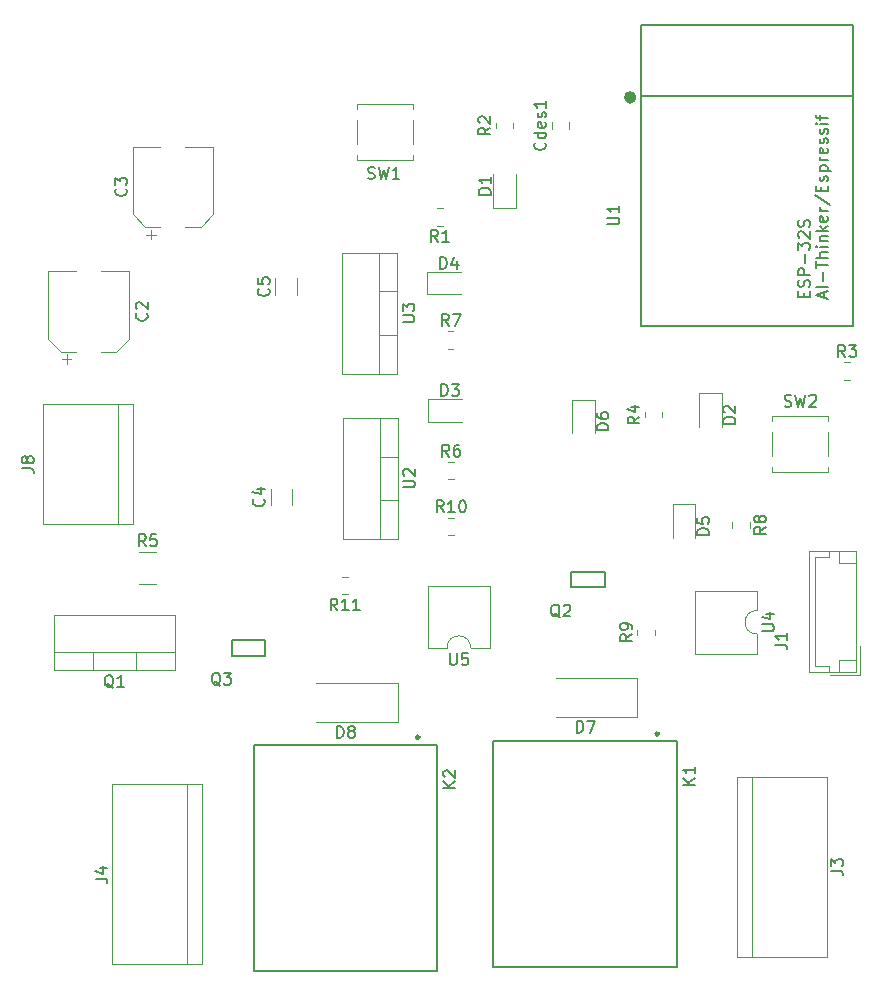
<source format=gbr>
%TF.GenerationSoftware,KiCad,Pcbnew,(5.1.12)-1*%
%TF.CreationDate,2022-01-20T18:26:47-05:00*%
%TF.ProjectId,PCB-ESP32S,5043422d-4553-4503-9332-532e6b696361,rev?*%
%TF.SameCoordinates,Original*%
%TF.FileFunction,Legend,Top*%
%TF.FilePolarity,Positive*%
%FSLAX46Y46*%
G04 Gerber Fmt 4.6, Leading zero omitted, Abs format (unit mm)*
G04 Created by KiCad (PCBNEW (5.1.12)-1) date 2022-01-20 18:26:47*
%MOMM*%
%LPD*%
G01*
G04 APERTURE LIST*
%ADD10C,0.120000*%
%ADD11C,0.300000*%
%ADD12C,0.127000*%
%ADD13C,0.152400*%
%ADD14C,0.150000*%
%ADD15C,0.500000*%
G04 APERTURE END LIST*
D10*
%TO.C,J1*%
X166463400Y-114217600D02*
X170483400Y-114217600D01*
X170483400Y-114217600D02*
X170483400Y-103997600D01*
X170483400Y-103997600D02*
X166463400Y-103997600D01*
X166463400Y-103997600D02*
X166463400Y-114217600D01*
X168173400Y-114217600D02*
X168173400Y-113717600D01*
X168173400Y-113717600D02*
X166963400Y-113717600D01*
X166963400Y-113717600D02*
X166963400Y-104497600D01*
X166963400Y-104497600D02*
X168173400Y-104497600D01*
X168173400Y-104497600D02*
X168173400Y-103997600D01*
X168983400Y-114217600D02*
X168983400Y-113217600D01*
X168983400Y-113217600D02*
X170483400Y-113217600D01*
X168983400Y-103997600D02*
X168983400Y-104997600D01*
X168983400Y-104997600D02*
X170483400Y-104997600D01*
X168283400Y-114517600D02*
X170783400Y-114517600D01*
X170783400Y-114517600D02*
X170783400Y-112017600D01*
D11*
%TO.C,K1*%
X153726960Y-119451760D02*
G75*
G03*
X153726960Y-119451760I-100000J0D01*
G01*
D12*
X139757960Y-139201760D02*
X139757960Y-120101760D01*
X155257960Y-139201760D02*
X139757960Y-139201760D01*
X155257960Y-120101760D02*
X155257960Y-139201760D01*
X139757960Y-120101760D02*
X155257960Y-120101760D01*
D10*
%TO.C,D6*%
X148351120Y-94024960D02*
X148351120Y-91164960D01*
X148351120Y-91164960D02*
X146431120Y-91164960D01*
X146431120Y-91164960D02*
X146431120Y-94024960D01*
%TO.C,R5*%
X109766263Y-104055000D02*
X111213737Y-104055000D01*
X109766263Y-106765000D02*
X111213737Y-106765000D01*
%TO.C,Q1*%
X112790600Y-114039400D02*
X102550600Y-114039400D01*
X112790600Y-109398400D02*
X102550600Y-109398400D01*
X112790600Y-114039400D02*
X112790600Y-109398400D01*
X102550600Y-114039400D02*
X102550600Y-109398400D01*
X112790600Y-112529400D02*
X102550600Y-112529400D01*
X109520600Y-114039400D02*
X109520600Y-112529400D01*
X105819600Y-114039400D02*
X105819600Y-112529400D01*
%TO.C,Cdes1*%
X144680000Y-68227752D02*
X144680000Y-67705248D01*
X146150000Y-68227752D02*
X146150000Y-67705248D01*
%TO.C,SW2*%
X163371800Y-95948400D02*
X163371800Y-93888400D01*
X168111800Y-95948400D02*
X168111800Y-93888400D01*
X168111800Y-97288400D02*
X168111800Y-96888400D01*
X163371800Y-97288400D02*
X168111800Y-97288400D01*
X163371800Y-97288400D02*
X163371800Y-96888400D01*
X168111800Y-92548400D02*
X168111800Y-92948400D01*
X163371800Y-92548400D02*
X163371800Y-92948400D01*
X163371800Y-92548400D02*
X168111800Y-92548400D01*
%TO.C,SW1*%
X128186000Y-69533800D02*
X128186000Y-67473800D01*
X132926000Y-69533800D02*
X132926000Y-67473800D01*
X132926000Y-70873800D02*
X132926000Y-70473800D01*
X128186000Y-70873800D02*
X132926000Y-70873800D01*
X128186000Y-70873800D02*
X128186000Y-70473800D01*
X132926000Y-66133800D02*
X132926000Y-66533800D01*
X128186000Y-66133800D02*
X128186000Y-66533800D01*
X128186000Y-66133800D02*
X132926000Y-66133800D01*
%TO.C,U4*%
X162056120Y-109017560D02*
X162056120Y-107367560D01*
X162056120Y-107367560D02*
X156856120Y-107367560D01*
X156856120Y-107367560D02*
X156856120Y-112667560D01*
X156856120Y-112667560D02*
X162056120Y-112667560D01*
X162056120Y-112667560D02*
X162056120Y-111017560D01*
X162056120Y-111017560D02*
G75*
G02*
X162056120Y-109017560I0J1000000D01*
G01*
%TO.C,J4*%
X115082320Y-138983720D02*
X107462320Y-138983720D01*
X115082320Y-123743720D02*
X107462320Y-123743720D01*
X113812320Y-138983720D02*
X113812320Y-123743720D01*
X107462320Y-138983720D02*
X107462320Y-123743720D01*
X115082320Y-138983720D02*
X115082320Y-123743720D01*
D13*
%TO.C,Q3*%
X120446800Y-112836960D02*
X117602000Y-112836960D01*
X120446800Y-111516160D02*
X120446800Y-112836960D01*
X117602000Y-111516160D02*
X120446800Y-111516160D01*
X117602000Y-112836960D02*
X117602000Y-111516160D01*
%TO.C,Q2*%
X149179280Y-107061000D02*
X146334480Y-107061000D01*
X149179280Y-105740200D02*
X149179280Y-107061000D01*
X146334480Y-105740200D02*
X149179280Y-105740200D01*
X146334480Y-107061000D02*
X146334480Y-105740200D01*
D11*
%TO.C,K2*%
X133452680Y-119761640D02*
G75*
G03*
X133452680Y-119761640I-100000J0D01*
G01*
D12*
X119483680Y-139511640D02*
X119483680Y-120411640D01*
X134983680Y-139511640D02*
X119483680Y-139511640D01*
X134983680Y-120411640D02*
X134983680Y-139511640D01*
X119483680Y-120411640D02*
X134983680Y-120411640D01*
D10*
%TO.C,J8*%
X109270800Y-101727000D02*
X109270800Y-91567000D01*
X101650800Y-101727000D02*
X109270800Y-101727000D01*
X101650800Y-91567000D02*
X101650800Y-101727000D01*
X109270800Y-91567000D02*
X101650800Y-91567000D01*
X108000800Y-91567000D02*
X108000800Y-101727000D01*
%TO.C,D2*%
X157165160Y-90611240D02*
X157165160Y-93471240D01*
X159085160Y-90611240D02*
X157165160Y-90611240D01*
X159085160Y-93471240D02*
X159085160Y-90611240D01*
%TO.C,D1*%
X141676000Y-74935800D02*
X141676000Y-72075800D01*
X139756000Y-74935800D02*
X141676000Y-74935800D01*
X139756000Y-72075800D02*
X139756000Y-74935800D01*
%TO.C,D3*%
X134197640Y-93024840D02*
X137057640Y-93024840D01*
X134197640Y-91104840D02*
X134197640Y-93024840D01*
X137057640Y-91104840D02*
X134197640Y-91104840D01*
%TO.C,C5*%
X123109400Y-82321452D02*
X123109400Y-80898948D01*
X121289400Y-82321452D02*
X121289400Y-80898948D01*
%TO.C,C3*%
X110382350Y-77195750D02*
X111169850Y-77195750D01*
X110776100Y-77589500D02*
X110776100Y-76802000D01*
X114969163Y-76562000D02*
X116033600Y-75497563D01*
X110278037Y-76562000D02*
X109213600Y-75497563D01*
X110278037Y-76562000D02*
X111563600Y-76562000D01*
X114969163Y-76562000D02*
X113683600Y-76562000D01*
X116033600Y-75497563D02*
X116033600Y-69742000D01*
X109213600Y-75497563D02*
X109213600Y-69742000D01*
X109213600Y-69742000D02*
X111563600Y-69742000D01*
X116033600Y-69742000D02*
X113683600Y-69742000D01*
%TO.C,C4*%
X122703000Y-100126852D02*
X122703000Y-98704348D01*
X120883000Y-100126852D02*
X120883000Y-98704348D01*
%TO.C,C2*%
X103219550Y-87736750D02*
X104007050Y-87736750D01*
X103613300Y-88130500D02*
X103613300Y-87343000D01*
X107806363Y-87103000D02*
X108870800Y-86038563D01*
X103115237Y-87103000D02*
X102050800Y-86038563D01*
X103115237Y-87103000D02*
X104400800Y-87103000D01*
X107806363Y-87103000D02*
X106520800Y-87103000D01*
X108870800Y-86038563D02*
X108870800Y-80283000D01*
X102050800Y-86038563D02*
X102050800Y-80283000D01*
X102050800Y-80283000D02*
X104400800Y-80283000D01*
X108870800Y-80283000D02*
X106520800Y-80283000D01*
%TO.C,U3*%
X131616200Y-78725400D02*
X131616200Y-88965400D01*
X126975200Y-78725400D02*
X126975200Y-88965400D01*
X131616200Y-78725400D02*
X126975200Y-78725400D01*
X131616200Y-88965400D02*
X126975200Y-88965400D01*
X130106200Y-78725400D02*
X130106200Y-88965400D01*
X131616200Y-81995400D02*
X130106200Y-81995400D01*
X131616200Y-85696400D02*
X130106200Y-85696400D01*
%TO.C,U2*%
X131667000Y-92720800D02*
X131667000Y-102960800D01*
X127026000Y-92720800D02*
X127026000Y-102960800D01*
X131667000Y-92720800D02*
X127026000Y-92720800D01*
X131667000Y-102960800D02*
X127026000Y-102960800D01*
X130157000Y-92720800D02*
X130157000Y-102960800D01*
X131667000Y-95990800D02*
X130157000Y-95990800D01*
X131667000Y-99691800D02*
X130157000Y-99691800D01*
%TO.C,U5*%
X137829800Y-112175600D02*
X139479800Y-112175600D01*
X139479800Y-112175600D02*
X139479800Y-106975600D01*
X139479800Y-106975600D02*
X134179800Y-106975600D01*
X134179800Y-106975600D02*
X134179800Y-112175600D01*
X134179800Y-112175600D02*
X135829800Y-112175600D01*
X135829800Y-112175600D02*
G75*
G02*
X137829800Y-112175600I1000000J0D01*
G01*
%TO.C,R4*%
X152574320Y-92683064D02*
X152574320Y-92228936D01*
X154044320Y-92683064D02*
X154044320Y-92228936D01*
%TO.C,R2*%
X139955600Y-68197464D02*
X139955600Y-67743336D01*
X141425600Y-68197464D02*
X141425600Y-67743336D01*
%TO.C,R7*%
X135911856Y-85396400D02*
X136365984Y-85396400D01*
X135911856Y-86866400D02*
X136365984Y-86866400D01*
%TO.C,R6*%
X135948176Y-96460640D02*
X136402304Y-96460640D01*
X135948176Y-97930640D02*
X136402304Y-97930640D01*
%TO.C,R11*%
X127410704Y-107653760D02*
X126956576Y-107653760D01*
X127410704Y-106183760D02*
X126956576Y-106183760D01*
%TO.C,R9*%
X151954560Y-111098064D02*
X151954560Y-110643936D01*
X153424560Y-111098064D02*
X153424560Y-110643936D01*
%TO.C,R8*%
X161461120Y-101555816D02*
X161461120Y-102009944D01*
X159991120Y-101555816D02*
X159991120Y-102009944D01*
%TO.C,R10*%
X135947416Y-101159640D02*
X136401544Y-101159640D01*
X135947416Y-102629640D02*
X136401544Y-102629640D01*
%TO.C,R3*%
X169475416Y-88007520D02*
X169929544Y-88007520D01*
X169475416Y-89477520D02*
X169929544Y-89477520D01*
%TO.C,R1*%
X135456664Y-76452400D02*
X135002536Y-76452400D01*
X135456664Y-74982400D02*
X135002536Y-74982400D01*
%TO.C,J3*%
X160421320Y-123139200D02*
X168041320Y-123139200D01*
X160421320Y-138379200D02*
X168041320Y-138379200D01*
X161691320Y-123139200D02*
X161691320Y-138379200D01*
X168041320Y-123139200D02*
X168041320Y-138379200D01*
X160421320Y-123139200D02*
X160421320Y-138379200D01*
%TO.C,D4*%
X136991600Y-80340320D02*
X134131600Y-80340320D01*
X134131600Y-80340320D02*
X134131600Y-82260320D01*
X134131600Y-82260320D02*
X136991600Y-82260320D01*
%TO.C,D8*%
X131643840Y-118505240D02*
X131643840Y-115205240D01*
X131643840Y-115205240D02*
X124743840Y-115205240D01*
X131643840Y-118505240D02*
X124743840Y-118505240D01*
%TO.C,D7*%
X151938440Y-118058200D02*
X151938440Y-114758200D01*
X151938440Y-114758200D02*
X145038440Y-114758200D01*
X151938440Y-118058200D02*
X145038440Y-118058200D01*
%TO.C,D5*%
X156860120Y-102894640D02*
X156860120Y-100034640D01*
X156860120Y-100034640D02*
X154940120Y-100034640D01*
X154940120Y-100034640D02*
X154940120Y-102894640D01*
D14*
%TO.C,U1*%
X170237434Y-59436662D02*
X152237434Y-59436662D01*
X170237434Y-84936662D02*
X152237434Y-84936662D01*
X170237434Y-59436662D02*
X170237434Y-84936662D01*
X152237434Y-59436662D02*
X152237434Y-84936662D01*
X170237434Y-65436662D02*
X152237434Y-65436662D01*
D15*
X151615415Y-65582662D02*
G75*
G03*
X151615415Y-65582662I-283981J0D01*
G01*
%TO.C,J1*%
D14*
X163625780Y-111940933D02*
X164340066Y-111940933D01*
X164482923Y-111988552D01*
X164578161Y-112083790D01*
X164625780Y-112226647D01*
X164625780Y-112321885D01*
X164625780Y-110940933D02*
X164625780Y-111512361D01*
X164625780Y-111226647D02*
X163625780Y-111226647D01*
X163768638Y-111321885D01*
X163863876Y-111417123D01*
X163911495Y-111512361D01*
%TO.C,*%
%TO.C,K1*%
X156796223Y-123764294D02*
X155796129Y-123764294D01*
X156796223Y-123192812D02*
X156224741Y-123621424D01*
X155796129Y-123192812D02*
X156367611Y-123764294D01*
X156796223Y-122240341D02*
X156796223Y-122811824D01*
X156796223Y-122526083D02*
X155796129Y-122526083D01*
X155939000Y-122621330D01*
X156034247Y-122716577D01*
X156081870Y-122811824D01*
%TO.C,D6*%
X149493500Y-93763055D02*
X148493500Y-93763055D01*
X148493500Y-93524960D01*
X148541120Y-93382102D01*
X148636358Y-93286864D01*
X148731596Y-93239245D01*
X148922072Y-93191626D01*
X149064929Y-93191626D01*
X149255405Y-93239245D01*
X149350643Y-93286864D01*
X149445881Y-93382102D01*
X149493500Y-93524960D01*
X149493500Y-93763055D01*
X148493500Y-92334483D02*
X148493500Y-92524960D01*
X148541120Y-92620198D01*
X148588739Y-92667817D01*
X148731596Y-92763055D01*
X148922072Y-92810674D01*
X149303024Y-92810674D01*
X149398262Y-92763055D01*
X149445881Y-92715436D01*
X149493500Y-92620198D01*
X149493500Y-92429721D01*
X149445881Y-92334483D01*
X149398262Y-92286864D01*
X149303024Y-92239245D01*
X149064929Y-92239245D01*
X148969691Y-92286864D01*
X148922072Y-92334483D01*
X148874453Y-92429721D01*
X148874453Y-92620198D01*
X148922072Y-92715436D01*
X148969691Y-92763055D01*
X149064929Y-92810674D01*
%TO.C,R5*%
X110323333Y-103582380D02*
X109990000Y-103106190D01*
X109751904Y-103582380D02*
X109751904Y-102582380D01*
X110132857Y-102582380D01*
X110228095Y-102630000D01*
X110275714Y-102677619D01*
X110323333Y-102772857D01*
X110323333Y-102915714D01*
X110275714Y-103010952D01*
X110228095Y-103058571D01*
X110132857Y-103106190D01*
X109751904Y-103106190D01*
X111228095Y-102582380D02*
X110751904Y-102582380D01*
X110704285Y-103058571D01*
X110751904Y-103010952D01*
X110847142Y-102963333D01*
X111085238Y-102963333D01*
X111180476Y-103010952D01*
X111228095Y-103058571D01*
X111275714Y-103153809D01*
X111275714Y-103391904D01*
X111228095Y-103487142D01*
X111180476Y-103534761D01*
X111085238Y-103582380D01*
X110847142Y-103582380D01*
X110751904Y-103534761D01*
X110704285Y-103487142D01*
%TO.C,Q1*%
X107575361Y-115587019D02*
X107480123Y-115539400D01*
X107384885Y-115444161D01*
X107242028Y-115301304D01*
X107146790Y-115253685D01*
X107051552Y-115253685D01*
X107099171Y-115491780D02*
X107003933Y-115444161D01*
X106908695Y-115348923D01*
X106861076Y-115158447D01*
X106861076Y-114825114D01*
X106908695Y-114634638D01*
X107003933Y-114539400D01*
X107099171Y-114491780D01*
X107289647Y-114491780D01*
X107384885Y-114539400D01*
X107480123Y-114634638D01*
X107527742Y-114825114D01*
X107527742Y-115158447D01*
X107480123Y-115348923D01*
X107384885Y-115444161D01*
X107289647Y-115491780D01*
X107099171Y-115491780D01*
X108480123Y-115491780D02*
X107908695Y-115491780D01*
X108194409Y-115491780D02*
X108194409Y-114491780D01*
X108099171Y-114634638D01*
X108003933Y-114729876D01*
X107908695Y-114777495D01*
%TO.C,Cdes1*%
X144092142Y-69418880D02*
X144139761Y-69466500D01*
X144187380Y-69609357D01*
X144187380Y-69704595D01*
X144139761Y-69847452D01*
X144044523Y-69942690D01*
X143949285Y-69990309D01*
X143758809Y-70037928D01*
X143615952Y-70037928D01*
X143425476Y-69990309D01*
X143330238Y-69942690D01*
X143235000Y-69847452D01*
X143187380Y-69704595D01*
X143187380Y-69609357D01*
X143235000Y-69466500D01*
X143282619Y-69418880D01*
X144187380Y-68561738D02*
X143187380Y-68561738D01*
X144139761Y-68561738D02*
X144187380Y-68656976D01*
X144187380Y-68847452D01*
X144139761Y-68942690D01*
X144092142Y-68990309D01*
X143996904Y-69037928D01*
X143711190Y-69037928D01*
X143615952Y-68990309D01*
X143568333Y-68942690D01*
X143520714Y-68847452D01*
X143520714Y-68656976D01*
X143568333Y-68561738D01*
X144139761Y-67704595D02*
X144187380Y-67799833D01*
X144187380Y-67990309D01*
X144139761Y-68085547D01*
X144044523Y-68133166D01*
X143663571Y-68133166D01*
X143568333Y-68085547D01*
X143520714Y-67990309D01*
X143520714Y-67799833D01*
X143568333Y-67704595D01*
X143663571Y-67656976D01*
X143758809Y-67656976D01*
X143854047Y-68133166D01*
X144139761Y-67276023D02*
X144187380Y-67180785D01*
X144187380Y-66990309D01*
X144139761Y-66895071D01*
X144044523Y-66847452D01*
X143996904Y-66847452D01*
X143901666Y-66895071D01*
X143854047Y-66990309D01*
X143854047Y-67133166D01*
X143806428Y-67228404D01*
X143711190Y-67276023D01*
X143663571Y-67276023D01*
X143568333Y-67228404D01*
X143520714Y-67133166D01*
X143520714Y-66990309D01*
X143568333Y-66895071D01*
X144187380Y-65895071D02*
X144187380Y-66466500D01*
X144187380Y-66180785D02*
X143187380Y-66180785D01*
X143330238Y-66276023D01*
X143425476Y-66371261D01*
X143473095Y-66466500D01*
%TO.C,SW2*%
X164408466Y-91723161D02*
X164551323Y-91770780D01*
X164789419Y-91770780D01*
X164884657Y-91723161D01*
X164932276Y-91675542D01*
X164979895Y-91580304D01*
X164979895Y-91485066D01*
X164932276Y-91389828D01*
X164884657Y-91342209D01*
X164789419Y-91294590D01*
X164598942Y-91246971D01*
X164503704Y-91199352D01*
X164456085Y-91151733D01*
X164408466Y-91056495D01*
X164408466Y-90961257D01*
X164456085Y-90866019D01*
X164503704Y-90818400D01*
X164598942Y-90770780D01*
X164837038Y-90770780D01*
X164979895Y-90818400D01*
X165313228Y-90770780D02*
X165551323Y-91770780D01*
X165741800Y-91056495D01*
X165932276Y-91770780D01*
X166170371Y-90770780D01*
X166503704Y-90866019D02*
X166551323Y-90818400D01*
X166646561Y-90770780D01*
X166884657Y-90770780D01*
X166979895Y-90818400D01*
X167027514Y-90866019D01*
X167075133Y-90961257D01*
X167075133Y-91056495D01*
X167027514Y-91199352D01*
X166456085Y-91770780D01*
X167075133Y-91770780D01*
%TO.C,SW1*%
X129133766Y-72439161D02*
X129276623Y-72486780D01*
X129514719Y-72486780D01*
X129609957Y-72439161D01*
X129657576Y-72391542D01*
X129705195Y-72296304D01*
X129705195Y-72201066D01*
X129657576Y-72105828D01*
X129609957Y-72058209D01*
X129514719Y-72010590D01*
X129324242Y-71962971D01*
X129229004Y-71915352D01*
X129181385Y-71867733D01*
X129133766Y-71772495D01*
X129133766Y-71677257D01*
X129181385Y-71582019D01*
X129229004Y-71534400D01*
X129324242Y-71486780D01*
X129562338Y-71486780D01*
X129705195Y-71534400D01*
X130038528Y-71486780D02*
X130276623Y-72486780D01*
X130467100Y-71772495D01*
X130657576Y-72486780D01*
X130895671Y-71486780D01*
X131800433Y-72486780D02*
X131229004Y-72486780D01*
X131514719Y-72486780D02*
X131514719Y-71486780D01*
X131419480Y-71629638D01*
X131324242Y-71724876D01*
X131229004Y-71772495D01*
%TO.C,U4*%
X162508500Y-110779464D02*
X163318024Y-110779464D01*
X163413262Y-110731845D01*
X163460881Y-110684226D01*
X163508500Y-110588988D01*
X163508500Y-110398512D01*
X163460881Y-110303274D01*
X163413262Y-110255655D01*
X163318024Y-110208036D01*
X162508500Y-110208036D01*
X162841834Y-109303274D02*
X163508500Y-109303274D01*
X162460881Y-109541369D02*
X163175167Y-109779464D01*
X163175167Y-109160417D01*
%TO.C,J4*%
X106074700Y-131727053D02*
X106788986Y-131727053D01*
X106931843Y-131774672D01*
X107027081Y-131869910D01*
X107074700Y-132012767D01*
X107074700Y-132108005D01*
X106408034Y-130822291D02*
X107074700Y-130822291D01*
X106027081Y-131060386D02*
X106741367Y-131298481D01*
X106741367Y-130679434D01*
%TO.C,Q3*%
X116641566Y-115393330D02*
X116546264Y-115345679D01*
X116450962Y-115250377D01*
X116308009Y-115107424D01*
X116212708Y-115059774D01*
X116117406Y-115059774D01*
X116165057Y-115298028D02*
X116069755Y-115250377D01*
X115974453Y-115155075D01*
X115926802Y-114964472D01*
X115926802Y-114630915D01*
X115974453Y-114440312D01*
X116069755Y-114345010D01*
X116165057Y-114297359D01*
X116355660Y-114297359D01*
X116450962Y-114345010D01*
X116546264Y-114440312D01*
X116593915Y-114630915D01*
X116593915Y-114964472D01*
X116546264Y-115155075D01*
X116450962Y-115250377D01*
X116355660Y-115298028D01*
X116165057Y-115298028D01*
X116927471Y-114297359D02*
X117546933Y-114297359D01*
X117213377Y-114678566D01*
X117356329Y-114678566D01*
X117451631Y-114726217D01*
X117499282Y-114773868D01*
X117546933Y-114869170D01*
X117546933Y-115107424D01*
X117499282Y-115202726D01*
X117451631Y-115250377D01*
X117356329Y-115298028D01*
X117070424Y-115298028D01*
X116975122Y-115250377D01*
X116927471Y-115202726D01*
%TO.C,Q2*%
X145374046Y-109617370D02*
X145278744Y-109569719D01*
X145183442Y-109474417D01*
X145040489Y-109331464D01*
X144945188Y-109283814D01*
X144849886Y-109283814D01*
X144897537Y-109522068D02*
X144802235Y-109474417D01*
X144706933Y-109379115D01*
X144659282Y-109188512D01*
X144659282Y-108854955D01*
X144706933Y-108664352D01*
X144802235Y-108569050D01*
X144897537Y-108521399D01*
X145088140Y-108521399D01*
X145183442Y-108569050D01*
X145278744Y-108664352D01*
X145326395Y-108854955D01*
X145326395Y-109188512D01*
X145278744Y-109379115D01*
X145183442Y-109474417D01*
X145088140Y-109522068D01*
X144897537Y-109522068D01*
X145707602Y-108616701D02*
X145755253Y-108569050D01*
X145850555Y-108521399D01*
X146088809Y-108521399D01*
X146184111Y-108569050D01*
X146231762Y-108616701D01*
X146279413Y-108712003D01*
X146279413Y-108807305D01*
X146231762Y-108950257D01*
X145659951Y-109522068D01*
X146279413Y-109522068D01*
%TO.C,K2*%
X136521943Y-124074174D02*
X135521849Y-124074174D01*
X136521943Y-123502692D02*
X135950461Y-123931304D01*
X135521849Y-123502692D02*
X136093331Y-124074174D01*
X135617096Y-123121704D02*
X135569473Y-123074080D01*
X135521849Y-122978833D01*
X135521849Y-122740715D01*
X135569473Y-122645468D01*
X135617096Y-122597845D01*
X135712343Y-122550221D01*
X135807590Y-122550221D01*
X135950461Y-122597845D01*
X136521943Y-123169327D01*
X136521943Y-122550221D01*
%TO.C,J8*%
X99833180Y-96980333D02*
X100547466Y-96980333D01*
X100690323Y-97027952D01*
X100785561Y-97123190D01*
X100833180Y-97266047D01*
X100833180Y-97361285D01*
X100261752Y-96361285D02*
X100214133Y-96456523D01*
X100166514Y-96504142D01*
X100071276Y-96551761D01*
X100023657Y-96551761D01*
X99928419Y-96504142D01*
X99880800Y-96456523D01*
X99833180Y-96361285D01*
X99833180Y-96170809D01*
X99880800Y-96075571D01*
X99928419Y-96027952D01*
X100023657Y-95980333D01*
X100071276Y-95980333D01*
X100166514Y-96027952D01*
X100214133Y-96075571D01*
X100261752Y-96170809D01*
X100261752Y-96361285D01*
X100309371Y-96456523D01*
X100356990Y-96504142D01*
X100452228Y-96551761D01*
X100642704Y-96551761D01*
X100737942Y-96504142D01*
X100785561Y-96456523D01*
X100833180Y-96361285D01*
X100833180Y-96170809D01*
X100785561Y-96075571D01*
X100737942Y-96027952D01*
X100642704Y-95980333D01*
X100452228Y-95980333D01*
X100356990Y-96027952D01*
X100309371Y-96075571D01*
X100261752Y-96170809D01*
%TO.C,D2*%
X160227540Y-93209335D02*
X159227540Y-93209335D01*
X159227540Y-92971240D01*
X159275160Y-92828382D01*
X159370398Y-92733144D01*
X159465636Y-92685525D01*
X159656112Y-92637906D01*
X159798969Y-92637906D01*
X159989445Y-92685525D01*
X160084683Y-92733144D01*
X160179921Y-92828382D01*
X160227540Y-92971240D01*
X160227540Y-93209335D01*
X159322779Y-92256954D02*
X159275160Y-92209335D01*
X159227540Y-92114097D01*
X159227540Y-91876001D01*
X159275160Y-91780763D01*
X159322779Y-91733144D01*
X159418017Y-91685525D01*
X159513255Y-91685525D01*
X159656112Y-91733144D01*
X160227540Y-92304573D01*
X160227540Y-91685525D01*
%TO.C,D1*%
X139518380Y-73813895D02*
X138518380Y-73813895D01*
X138518380Y-73575800D01*
X138566000Y-73432942D01*
X138661238Y-73337704D01*
X138756476Y-73290085D01*
X138946952Y-73242466D01*
X139089809Y-73242466D01*
X139280285Y-73290085D01*
X139375523Y-73337704D01*
X139470761Y-73432942D01*
X139518380Y-73575800D01*
X139518380Y-73813895D01*
X139518380Y-72290085D02*
X139518380Y-72861514D01*
X139518380Y-72575800D02*
X138518380Y-72575800D01*
X138661238Y-72671038D01*
X138756476Y-72766276D01*
X138804095Y-72861514D01*
%TO.C,D3*%
X135319544Y-90867220D02*
X135319544Y-89867220D01*
X135557640Y-89867220D01*
X135700497Y-89914840D01*
X135795735Y-90010078D01*
X135843354Y-90105316D01*
X135890973Y-90295792D01*
X135890973Y-90438649D01*
X135843354Y-90629125D01*
X135795735Y-90724363D01*
X135700497Y-90819601D01*
X135557640Y-90867220D01*
X135319544Y-90867220D01*
X136224306Y-89867220D02*
X136843354Y-89867220D01*
X136510020Y-90248173D01*
X136652878Y-90248173D01*
X136748116Y-90295792D01*
X136795735Y-90343411D01*
X136843354Y-90438649D01*
X136843354Y-90676744D01*
X136795735Y-90771982D01*
X136748116Y-90819601D01*
X136652878Y-90867220D01*
X136367163Y-90867220D01*
X136271925Y-90819601D01*
X136224306Y-90771982D01*
%TO.C,C5*%
X120706542Y-81776866D02*
X120754161Y-81824485D01*
X120801780Y-81967342D01*
X120801780Y-82062580D01*
X120754161Y-82205438D01*
X120658923Y-82300676D01*
X120563685Y-82348295D01*
X120373209Y-82395914D01*
X120230352Y-82395914D01*
X120039876Y-82348295D01*
X119944638Y-82300676D01*
X119849400Y-82205438D01*
X119801780Y-82062580D01*
X119801780Y-81967342D01*
X119849400Y-81824485D01*
X119897019Y-81776866D01*
X119801780Y-80872104D02*
X119801780Y-81348295D01*
X120277971Y-81395914D01*
X120230352Y-81348295D01*
X120182733Y-81253057D01*
X120182733Y-81014961D01*
X120230352Y-80919723D01*
X120277971Y-80872104D01*
X120373209Y-80824485D01*
X120611304Y-80824485D01*
X120706542Y-80872104D01*
X120754161Y-80919723D01*
X120801780Y-81014961D01*
X120801780Y-81253057D01*
X120754161Y-81348295D01*
X120706542Y-81395914D01*
%TO.C,C3*%
X108630742Y-73318666D02*
X108678361Y-73366285D01*
X108725980Y-73509142D01*
X108725980Y-73604380D01*
X108678361Y-73747238D01*
X108583123Y-73842476D01*
X108487885Y-73890095D01*
X108297409Y-73937714D01*
X108154552Y-73937714D01*
X107964076Y-73890095D01*
X107868838Y-73842476D01*
X107773600Y-73747238D01*
X107725980Y-73604380D01*
X107725980Y-73509142D01*
X107773600Y-73366285D01*
X107821219Y-73318666D01*
X107725980Y-72985333D02*
X107725980Y-72366285D01*
X108106933Y-72699619D01*
X108106933Y-72556761D01*
X108154552Y-72461523D01*
X108202171Y-72413904D01*
X108297409Y-72366285D01*
X108535504Y-72366285D01*
X108630742Y-72413904D01*
X108678361Y-72461523D01*
X108725980Y-72556761D01*
X108725980Y-72842476D01*
X108678361Y-72937714D01*
X108630742Y-72985333D01*
%TO.C,C4*%
X120300142Y-99582266D02*
X120347761Y-99629885D01*
X120395380Y-99772742D01*
X120395380Y-99867980D01*
X120347761Y-100010838D01*
X120252523Y-100106076D01*
X120157285Y-100153695D01*
X119966809Y-100201314D01*
X119823952Y-100201314D01*
X119633476Y-100153695D01*
X119538238Y-100106076D01*
X119443000Y-100010838D01*
X119395380Y-99867980D01*
X119395380Y-99772742D01*
X119443000Y-99629885D01*
X119490619Y-99582266D01*
X119728714Y-98725123D02*
X120395380Y-98725123D01*
X119347761Y-98963219D02*
X120062047Y-99201314D01*
X120062047Y-98582266D01*
%TO.C,C2*%
X110389942Y-83859666D02*
X110437561Y-83907285D01*
X110485180Y-84050142D01*
X110485180Y-84145380D01*
X110437561Y-84288238D01*
X110342323Y-84383476D01*
X110247085Y-84431095D01*
X110056609Y-84478714D01*
X109913752Y-84478714D01*
X109723276Y-84431095D01*
X109628038Y-84383476D01*
X109532800Y-84288238D01*
X109485180Y-84145380D01*
X109485180Y-84050142D01*
X109532800Y-83907285D01*
X109580419Y-83859666D01*
X109580419Y-83478714D02*
X109532800Y-83431095D01*
X109485180Y-83335857D01*
X109485180Y-83097761D01*
X109532800Y-83002523D01*
X109580419Y-82954904D01*
X109675657Y-82907285D01*
X109770895Y-82907285D01*
X109913752Y-82954904D01*
X110485180Y-83526333D01*
X110485180Y-82907285D01*
%TO.C,U3*%
X132068580Y-84607304D02*
X132878104Y-84607304D01*
X132973342Y-84559685D01*
X133020961Y-84512066D01*
X133068580Y-84416828D01*
X133068580Y-84226352D01*
X133020961Y-84131114D01*
X132973342Y-84083495D01*
X132878104Y-84035876D01*
X132068580Y-84035876D01*
X132068580Y-83654923D02*
X132068580Y-83035876D01*
X132449533Y-83369209D01*
X132449533Y-83226352D01*
X132497152Y-83131114D01*
X132544771Y-83083495D01*
X132640009Y-83035876D01*
X132878104Y-83035876D01*
X132973342Y-83083495D01*
X133020961Y-83131114D01*
X133068580Y-83226352D01*
X133068580Y-83512066D01*
X133020961Y-83607304D01*
X132973342Y-83654923D01*
%TO.C,U2*%
X132119380Y-98602704D02*
X132928904Y-98602704D01*
X133024142Y-98555085D01*
X133071761Y-98507466D01*
X133119380Y-98412228D01*
X133119380Y-98221752D01*
X133071761Y-98126514D01*
X133024142Y-98078895D01*
X132928904Y-98031276D01*
X132119380Y-98031276D01*
X132214619Y-97602704D02*
X132167000Y-97555085D01*
X132119380Y-97459847D01*
X132119380Y-97221752D01*
X132167000Y-97126514D01*
X132214619Y-97078895D01*
X132309857Y-97031276D01*
X132405095Y-97031276D01*
X132547952Y-97078895D01*
X133119380Y-97650323D01*
X133119380Y-97031276D01*
%TO.C,U5*%
X136067895Y-112627980D02*
X136067895Y-113437504D01*
X136115514Y-113532742D01*
X136163133Y-113580361D01*
X136258371Y-113627980D01*
X136448847Y-113627980D01*
X136544085Y-113580361D01*
X136591704Y-113532742D01*
X136639323Y-113437504D01*
X136639323Y-112627980D01*
X137591704Y-112627980D02*
X137115514Y-112627980D01*
X137067895Y-113104171D01*
X137115514Y-113056552D01*
X137210752Y-113008933D01*
X137448847Y-113008933D01*
X137544085Y-113056552D01*
X137591704Y-113104171D01*
X137639323Y-113199409D01*
X137639323Y-113437504D01*
X137591704Y-113532742D01*
X137544085Y-113580361D01*
X137448847Y-113627980D01*
X137210752Y-113627980D01*
X137115514Y-113580361D01*
X137067895Y-113532742D01*
%TO.C,R4*%
X152111700Y-92622666D02*
X151635510Y-92956000D01*
X152111700Y-93194095D02*
X151111700Y-93194095D01*
X151111700Y-92813142D01*
X151159320Y-92717904D01*
X151206939Y-92670285D01*
X151302177Y-92622666D01*
X151445034Y-92622666D01*
X151540272Y-92670285D01*
X151587891Y-92717904D01*
X151635510Y-92813142D01*
X151635510Y-93194095D01*
X151445034Y-91765523D02*
X152111700Y-91765523D01*
X151064081Y-92003619D02*
X151778367Y-92241714D01*
X151778367Y-91622666D01*
%TO.C,R2*%
X139492980Y-68137066D02*
X139016790Y-68470400D01*
X139492980Y-68708495D02*
X138492980Y-68708495D01*
X138492980Y-68327542D01*
X138540600Y-68232304D01*
X138588219Y-68184685D01*
X138683457Y-68137066D01*
X138826314Y-68137066D01*
X138921552Y-68184685D01*
X138969171Y-68232304D01*
X139016790Y-68327542D01*
X139016790Y-68708495D01*
X138588219Y-67756114D02*
X138540600Y-67708495D01*
X138492980Y-67613257D01*
X138492980Y-67375161D01*
X138540600Y-67279923D01*
X138588219Y-67232304D01*
X138683457Y-67184685D01*
X138778695Y-67184685D01*
X138921552Y-67232304D01*
X139492980Y-67803733D01*
X139492980Y-67184685D01*
%TO.C,R7*%
X135972253Y-84933780D02*
X135638920Y-84457590D01*
X135400824Y-84933780D02*
X135400824Y-83933780D01*
X135781777Y-83933780D01*
X135877015Y-83981400D01*
X135924634Y-84029019D01*
X135972253Y-84124257D01*
X135972253Y-84267114D01*
X135924634Y-84362352D01*
X135877015Y-84409971D01*
X135781777Y-84457590D01*
X135400824Y-84457590D01*
X136305586Y-83933780D02*
X136972253Y-83933780D01*
X136543681Y-84933780D01*
%TO.C,R6*%
X136008573Y-95998020D02*
X135675240Y-95521830D01*
X135437144Y-95998020D02*
X135437144Y-94998020D01*
X135818097Y-94998020D01*
X135913335Y-95045640D01*
X135960954Y-95093259D01*
X136008573Y-95188497D01*
X136008573Y-95331354D01*
X135960954Y-95426592D01*
X135913335Y-95474211D01*
X135818097Y-95521830D01*
X135437144Y-95521830D01*
X136865716Y-94998020D02*
X136675240Y-94998020D01*
X136580001Y-95045640D01*
X136532382Y-95093259D01*
X136437144Y-95236116D01*
X136389525Y-95426592D01*
X136389525Y-95807544D01*
X136437144Y-95902782D01*
X136484763Y-95950401D01*
X136580001Y-95998020D01*
X136770478Y-95998020D01*
X136865716Y-95950401D01*
X136913335Y-95902782D01*
X136960954Y-95807544D01*
X136960954Y-95569449D01*
X136913335Y-95474211D01*
X136865716Y-95426592D01*
X136770478Y-95378973D01*
X136580001Y-95378973D01*
X136484763Y-95426592D01*
X136437144Y-95474211D01*
X136389525Y-95569449D01*
%TO.C,R11*%
X126540782Y-109021140D02*
X126207449Y-108544950D01*
X125969354Y-109021140D02*
X125969354Y-108021140D01*
X126350306Y-108021140D01*
X126445544Y-108068760D01*
X126493163Y-108116379D01*
X126540782Y-108211617D01*
X126540782Y-108354474D01*
X126493163Y-108449712D01*
X126445544Y-108497331D01*
X126350306Y-108544950D01*
X125969354Y-108544950D01*
X127493163Y-109021140D02*
X126921735Y-109021140D01*
X127207449Y-109021140D02*
X127207449Y-108021140D01*
X127112211Y-108163998D01*
X127016973Y-108259236D01*
X126921735Y-108306855D01*
X128445544Y-109021140D02*
X127874116Y-109021140D01*
X128159830Y-109021140D02*
X128159830Y-108021140D01*
X128064592Y-108163998D01*
X127969354Y-108259236D01*
X127874116Y-108306855D01*
%TO.C,R9*%
X151491940Y-111037666D02*
X151015750Y-111371000D01*
X151491940Y-111609095D02*
X150491940Y-111609095D01*
X150491940Y-111228142D01*
X150539560Y-111132904D01*
X150587179Y-111085285D01*
X150682417Y-111037666D01*
X150825274Y-111037666D01*
X150920512Y-111085285D01*
X150968131Y-111132904D01*
X151015750Y-111228142D01*
X151015750Y-111609095D01*
X151491940Y-110561476D02*
X151491940Y-110371000D01*
X151444321Y-110275761D01*
X151396702Y-110228142D01*
X151253845Y-110132904D01*
X151063369Y-110085285D01*
X150682417Y-110085285D01*
X150587179Y-110132904D01*
X150539560Y-110180523D01*
X150491940Y-110275761D01*
X150491940Y-110466238D01*
X150539560Y-110561476D01*
X150587179Y-110609095D01*
X150682417Y-110656714D01*
X150920512Y-110656714D01*
X151015750Y-110609095D01*
X151063369Y-110561476D01*
X151110988Y-110466238D01*
X151110988Y-110275761D01*
X151063369Y-110180523D01*
X151015750Y-110132904D01*
X150920512Y-110085285D01*
%TO.C,R8*%
X162828500Y-101949546D02*
X162352310Y-102282880D01*
X162828500Y-102520975D02*
X161828500Y-102520975D01*
X161828500Y-102140022D01*
X161876120Y-102044784D01*
X161923739Y-101997165D01*
X162018977Y-101949546D01*
X162161834Y-101949546D01*
X162257072Y-101997165D01*
X162304691Y-102044784D01*
X162352310Y-102140022D01*
X162352310Y-102520975D01*
X162257072Y-101378118D02*
X162209453Y-101473356D01*
X162161834Y-101520975D01*
X162066596Y-101568594D01*
X162018977Y-101568594D01*
X161923739Y-101520975D01*
X161876120Y-101473356D01*
X161828500Y-101378118D01*
X161828500Y-101187641D01*
X161876120Y-101092403D01*
X161923739Y-101044784D01*
X162018977Y-100997165D01*
X162066596Y-100997165D01*
X162161834Y-101044784D01*
X162209453Y-101092403D01*
X162257072Y-101187641D01*
X162257072Y-101378118D01*
X162304691Y-101473356D01*
X162352310Y-101520975D01*
X162447548Y-101568594D01*
X162638024Y-101568594D01*
X162733262Y-101520975D01*
X162780881Y-101473356D01*
X162828500Y-101378118D01*
X162828500Y-101187641D01*
X162780881Y-101092403D01*
X162733262Y-101044784D01*
X162638024Y-100997165D01*
X162447548Y-100997165D01*
X162352310Y-101044784D01*
X162304691Y-101092403D01*
X162257072Y-101187641D01*
%TO.C,R10*%
X135531622Y-100697020D02*
X135198289Y-100220830D01*
X134960194Y-100697020D02*
X134960194Y-99697020D01*
X135341146Y-99697020D01*
X135436384Y-99744640D01*
X135484003Y-99792259D01*
X135531622Y-99887497D01*
X135531622Y-100030354D01*
X135484003Y-100125592D01*
X135436384Y-100173211D01*
X135341146Y-100220830D01*
X134960194Y-100220830D01*
X136484003Y-100697020D02*
X135912575Y-100697020D01*
X136198289Y-100697020D02*
X136198289Y-99697020D01*
X136103051Y-99839878D01*
X136007813Y-99935116D01*
X135912575Y-99982735D01*
X137103051Y-99697020D02*
X137198289Y-99697020D01*
X137293527Y-99744640D01*
X137341146Y-99792259D01*
X137388765Y-99887497D01*
X137436384Y-100077973D01*
X137436384Y-100316068D01*
X137388765Y-100506544D01*
X137341146Y-100601782D01*
X137293527Y-100649401D01*
X137198289Y-100697020D01*
X137103051Y-100697020D01*
X137007813Y-100649401D01*
X136960194Y-100601782D01*
X136912575Y-100506544D01*
X136864956Y-100316068D01*
X136864956Y-100077973D01*
X136912575Y-99887497D01*
X136960194Y-99792259D01*
X137007813Y-99744640D01*
X137103051Y-99697020D01*
%TO.C,R3*%
X169535813Y-87544900D02*
X169202480Y-87068710D01*
X168964384Y-87544900D02*
X168964384Y-86544900D01*
X169345337Y-86544900D01*
X169440575Y-86592520D01*
X169488194Y-86640139D01*
X169535813Y-86735377D01*
X169535813Y-86878234D01*
X169488194Y-86973472D01*
X169440575Y-87021091D01*
X169345337Y-87068710D01*
X168964384Y-87068710D01*
X169869146Y-86544900D02*
X170488194Y-86544900D01*
X170154860Y-86925853D01*
X170297718Y-86925853D01*
X170392956Y-86973472D01*
X170440575Y-87021091D01*
X170488194Y-87116329D01*
X170488194Y-87354424D01*
X170440575Y-87449662D01*
X170392956Y-87497281D01*
X170297718Y-87544900D01*
X170012003Y-87544900D01*
X169916765Y-87497281D01*
X169869146Y-87449662D01*
%TO.C,R1*%
X135062933Y-77819780D02*
X134729600Y-77343590D01*
X134491504Y-77819780D02*
X134491504Y-76819780D01*
X134872457Y-76819780D01*
X134967695Y-76867400D01*
X135015314Y-76915019D01*
X135062933Y-77010257D01*
X135062933Y-77153114D01*
X135015314Y-77248352D01*
X134967695Y-77295971D01*
X134872457Y-77343590D01*
X134491504Y-77343590D01*
X136015314Y-77819780D02*
X135443885Y-77819780D01*
X135729600Y-77819780D02*
X135729600Y-76819780D01*
X135634361Y-76962638D01*
X135539123Y-77057876D01*
X135443885Y-77105495D01*
%TO.C,J3*%
X168333700Y-131062533D02*
X169047986Y-131062533D01*
X169190843Y-131110152D01*
X169286081Y-131205390D01*
X169333700Y-131348247D01*
X169333700Y-131443485D01*
X168333700Y-130681580D02*
X168333700Y-130062533D01*
X168714653Y-130395866D01*
X168714653Y-130253009D01*
X168762272Y-130157771D01*
X168809891Y-130110152D01*
X168905129Y-130062533D01*
X169143224Y-130062533D01*
X169238462Y-130110152D01*
X169286081Y-130157771D01*
X169333700Y-130253009D01*
X169333700Y-130538723D01*
X169286081Y-130633961D01*
X169238462Y-130681580D01*
%TO.C,D4*%
X135253504Y-80102700D02*
X135253504Y-79102700D01*
X135491600Y-79102700D01*
X135634457Y-79150320D01*
X135729695Y-79245558D01*
X135777314Y-79340796D01*
X135824933Y-79531272D01*
X135824933Y-79674129D01*
X135777314Y-79864605D01*
X135729695Y-79959843D01*
X135634457Y-80055081D01*
X135491600Y-80102700D01*
X135253504Y-80102700D01*
X136682076Y-79436034D02*
X136682076Y-80102700D01*
X136443980Y-79055081D02*
X136205885Y-79769367D01*
X136824933Y-79769367D01*
%TO.C,D8*%
X126505744Y-119807620D02*
X126505744Y-118807620D01*
X126743840Y-118807620D01*
X126886697Y-118855240D01*
X126981935Y-118950478D01*
X127029554Y-119045716D01*
X127077173Y-119236192D01*
X127077173Y-119379049D01*
X127029554Y-119569525D01*
X126981935Y-119664763D01*
X126886697Y-119760001D01*
X126743840Y-119807620D01*
X126505744Y-119807620D01*
X127648601Y-119236192D02*
X127553363Y-119188573D01*
X127505744Y-119140954D01*
X127458125Y-119045716D01*
X127458125Y-118998097D01*
X127505744Y-118902859D01*
X127553363Y-118855240D01*
X127648601Y-118807620D01*
X127839078Y-118807620D01*
X127934316Y-118855240D01*
X127981935Y-118902859D01*
X128029554Y-118998097D01*
X128029554Y-119045716D01*
X127981935Y-119140954D01*
X127934316Y-119188573D01*
X127839078Y-119236192D01*
X127648601Y-119236192D01*
X127553363Y-119283811D01*
X127505744Y-119331430D01*
X127458125Y-119426668D01*
X127458125Y-119617144D01*
X127505744Y-119712382D01*
X127553363Y-119760001D01*
X127648601Y-119807620D01*
X127839078Y-119807620D01*
X127934316Y-119760001D01*
X127981935Y-119712382D01*
X128029554Y-119617144D01*
X128029554Y-119426668D01*
X127981935Y-119331430D01*
X127934316Y-119283811D01*
X127839078Y-119236192D01*
%TO.C,D7*%
X146800344Y-119360580D02*
X146800344Y-118360580D01*
X147038440Y-118360580D01*
X147181297Y-118408200D01*
X147276535Y-118503438D01*
X147324154Y-118598676D01*
X147371773Y-118789152D01*
X147371773Y-118932009D01*
X147324154Y-119122485D01*
X147276535Y-119217723D01*
X147181297Y-119312961D01*
X147038440Y-119360580D01*
X146800344Y-119360580D01*
X147705106Y-118360580D02*
X148371773Y-118360580D01*
X147943201Y-119360580D01*
%TO.C,D5*%
X158002500Y-102632735D02*
X157002500Y-102632735D01*
X157002500Y-102394640D01*
X157050120Y-102251782D01*
X157145358Y-102156544D01*
X157240596Y-102108925D01*
X157431072Y-102061306D01*
X157573929Y-102061306D01*
X157764405Y-102108925D01*
X157859643Y-102156544D01*
X157954881Y-102251782D01*
X158002500Y-102394640D01*
X158002500Y-102632735D01*
X157002500Y-101156544D02*
X157002500Y-101632735D01*
X157478691Y-101680354D01*
X157431072Y-101632735D01*
X157383453Y-101537497D01*
X157383453Y-101299401D01*
X157431072Y-101204163D01*
X157478691Y-101156544D01*
X157573929Y-101108925D01*
X157812024Y-101108925D01*
X157907262Y-101156544D01*
X157954881Y-101204163D01*
X158002500Y-101299401D01*
X158002500Y-101537497D01*
X157954881Y-101632735D01*
X157907262Y-101680354D01*
%TO.C,U1*%
X149401280Y-76326904D02*
X150210804Y-76326904D01*
X150306042Y-76279285D01*
X150353661Y-76231666D01*
X150401280Y-76136428D01*
X150401280Y-75945952D01*
X150353661Y-75850714D01*
X150306042Y-75803095D01*
X150210804Y-75755476D01*
X149401280Y-75755476D01*
X150401280Y-74755476D02*
X150401280Y-75326904D01*
X150401280Y-75041190D02*
X149401280Y-75041190D01*
X149544138Y-75136428D01*
X149639376Y-75231666D01*
X149686995Y-75326904D01*
X166018571Y-82492095D02*
X166018571Y-82158761D01*
X166542380Y-82015904D02*
X166542380Y-82492095D01*
X165542380Y-82492095D01*
X165542380Y-82015904D01*
X166494761Y-81634952D02*
X166542380Y-81492095D01*
X166542380Y-81254000D01*
X166494761Y-81158761D01*
X166447142Y-81111142D01*
X166351904Y-81063523D01*
X166256666Y-81063523D01*
X166161428Y-81111142D01*
X166113809Y-81158761D01*
X166066190Y-81254000D01*
X166018571Y-81444476D01*
X165970952Y-81539714D01*
X165923333Y-81587333D01*
X165828095Y-81634952D01*
X165732857Y-81634952D01*
X165637619Y-81587333D01*
X165590000Y-81539714D01*
X165542380Y-81444476D01*
X165542380Y-81206380D01*
X165590000Y-81063523D01*
X166542380Y-80634952D02*
X165542380Y-80634952D01*
X165542380Y-80254000D01*
X165590000Y-80158761D01*
X165637619Y-80111142D01*
X165732857Y-80063523D01*
X165875714Y-80063523D01*
X165970952Y-80111142D01*
X166018571Y-80158761D01*
X166066190Y-80254000D01*
X166066190Y-80634952D01*
X166161428Y-79634952D02*
X166161428Y-78873047D01*
X165542380Y-78492095D02*
X165542380Y-77873047D01*
X165923333Y-78206380D01*
X165923333Y-78063523D01*
X165970952Y-77968285D01*
X166018571Y-77920666D01*
X166113809Y-77873047D01*
X166351904Y-77873047D01*
X166447142Y-77920666D01*
X166494761Y-77968285D01*
X166542380Y-78063523D01*
X166542380Y-78349238D01*
X166494761Y-78444476D01*
X166447142Y-78492095D01*
X165637619Y-77492095D02*
X165590000Y-77444476D01*
X165542380Y-77349238D01*
X165542380Y-77111142D01*
X165590000Y-77015904D01*
X165637619Y-76968285D01*
X165732857Y-76920666D01*
X165828095Y-76920666D01*
X165970952Y-76968285D01*
X166542380Y-77539714D01*
X166542380Y-76920666D01*
X166494761Y-76539714D02*
X166542380Y-76396857D01*
X166542380Y-76158761D01*
X166494761Y-76063523D01*
X166447142Y-76015904D01*
X166351904Y-75968285D01*
X166256666Y-75968285D01*
X166161428Y-76015904D01*
X166113809Y-76063523D01*
X166066190Y-76158761D01*
X166018571Y-76349238D01*
X165970952Y-76444476D01*
X165923333Y-76492095D01*
X165828095Y-76539714D01*
X165732857Y-76539714D01*
X165637619Y-76492095D01*
X165590000Y-76444476D01*
X165542380Y-76349238D01*
X165542380Y-76111142D01*
X165590000Y-75968285D01*
X167756666Y-82520666D02*
X167756666Y-82044476D01*
X168042380Y-82615904D02*
X167042380Y-82282571D01*
X168042380Y-81949238D01*
X168042380Y-81615904D02*
X167042380Y-81615904D01*
X167661428Y-81139714D02*
X167661428Y-80377809D01*
X167042380Y-80044476D02*
X167042380Y-79473047D01*
X168042380Y-79758761D02*
X167042380Y-79758761D01*
X168042380Y-79139714D02*
X167042380Y-79139714D01*
X168042380Y-78711142D02*
X167518571Y-78711142D01*
X167423333Y-78758761D01*
X167375714Y-78854000D01*
X167375714Y-78996857D01*
X167423333Y-79092095D01*
X167470952Y-79139714D01*
X168042380Y-78234952D02*
X167375714Y-78234952D01*
X167042380Y-78234952D02*
X167090000Y-78282571D01*
X167137619Y-78234952D01*
X167090000Y-78187333D01*
X167042380Y-78234952D01*
X167137619Y-78234952D01*
X167375714Y-77758761D02*
X168042380Y-77758761D01*
X167470952Y-77758761D02*
X167423333Y-77711142D01*
X167375714Y-77615904D01*
X167375714Y-77473047D01*
X167423333Y-77377809D01*
X167518571Y-77330190D01*
X168042380Y-77330190D01*
X168042380Y-76854000D02*
X167042380Y-76854000D01*
X167661428Y-76758761D02*
X168042380Y-76473047D01*
X167375714Y-76473047D02*
X167756666Y-76854000D01*
X167994761Y-75663523D02*
X168042380Y-75758761D01*
X168042380Y-75949238D01*
X167994761Y-76044476D01*
X167899523Y-76092095D01*
X167518571Y-76092095D01*
X167423333Y-76044476D01*
X167375714Y-75949238D01*
X167375714Y-75758761D01*
X167423333Y-75663523D01*
X167518571Y-75615904D01*
X167613809Y-75615904D01*
X167709047Y-76092095D01*
X168042380Y-75187333D02*
X167375714Y-75187333D01*
X167566190Y-75187333D02*
X167470952Y-75139714D01*
X167423333Y-75092095D01*
X167375714Y-74996857D01*
X167375714Y-74901619D01*
X166994761Y-73854000D02*
X168280476Y-74711142D01*
X167518571Y-73520666D02*
X167518571Y-73187333D01*
X168042380Y-73044476D02*
X168042380Y-73520666D01*
X167042380Y-73520666D01*
X167042380Y-73044476D01*
X167994761Y-72663523D02*
X168042380Y-72568285D01*
X168042380Y-72377809D01*
X167994761Y-72282571D01*
X167899523Y-72234952D01*
X167851904Y-72234952D01*
X167756666Y-72282571D01*
X167709047Y-72377809D01*
X167709047Y-72520666D01*
X167661428Y-72615904D01*
X167566190Y-72663523D01*
X167518571Y-72663523D01*
X167423333Y-72615904D01*
X167375714Y-72520666D01*
X167375714Y-72377809D01*
X167423333Y-72282571D01*
X167375714Y-71806380D02*
X168375714Y-71806380D01*
X167423333Y-71806380D02*
X167375714Y-71711142D01*
X167375714Y-71520666D01*
X167423333Y-71425428D01*
X167470952Y-71377809D01*
X167566190Y-71330190D01*
X167851904Y-71330190D01*
X167947142Y-71377809D01*
X167994761Y-71425428D01*
X168042380Y-71520666D01*
X168042380Y-71711142D01*
X167994761Y-71806380D01*
X168042380Y-70901619D02*
X167375714Y-70901619D01*
X167566190Y-70901619D02*
X167470952Y-70854000D01*
X167423333Y-70806380D01*
X167375714Y-70711142D01*
X167375714Y-70615904D01*
X167994761Y-69901619D02*
X168042380Y-69996857D01*
X168042380Y-70187333D01*
X167994761Y-70282571D01*
X167899523Y-70330190D01*
X167518571Y-70330190D01*
X167423333Y-70282571D01*
X167375714Y-70187333D01*
X167375714Y-69996857D01*
X167423333Y-69901619D01*
X167518571Y-69854000D01*
X167613809Y-69854000D01*
X167709047Y-70330190D01*
X167994761Y-69473047D02*
X168042380Y-69377809D01*
X168042380Y-69187333D01*
X167994761Y-69092095D01*
X167899523Y-69044476D01*
X167851904Y-69044476D01*
X167756666Y-69092095D01*
X167709047Y-69187333D01*
X167709047Y-69330190D01*
X167661428Y-69425428D01*
X167566190Y-69473047D01*
X167518571Y-69473047D01*
X167423333Y-69425428D01*
X167375714Y-69330190D01*
X167375714Y-69187333D01*
X167423333Y-69092095D01*
X167994761Y-68663523D02*
X168042380Y-68568285D01*
X168042380Y-68377809D01*
X167994761Y-68282571D01*
X167899523Y-68234952D01*
X167851904Y-68234952D01*
X167756666Y-68282571D01*
X167709047Y-68377809D01*
X167709047Y-68520666D01*
X167661428Y-68615904D01*
X167566190Y-68663523D01*
X167518571Y-68663523D01*
X167423333Y-68615904D01*
X167375714Y-68520666D01*
X167375714Y-68377809D01*
X167423333Y-68282571D01*
X168042380Y-67806380D02*
X167375714Y-67806380D01*
X167042380Y-67806380D02*
X167090000Y-67854000D01*
X167137619Y-67806380D01*
X167090000Y-67758761D01*
X167042380Y-67806380D01*
X167137619Y-67806380D01*
X167375714Y-67473047D02*
X167375714Y-67092095D01*
X168042380Y-67330190D02*
X167185238Y-67330190D01*
X167090000Y-67282571D01*
X167042380Y-67187333D01*
X167042380Y-67092095D01*
%TD*%
M02*

</source>
